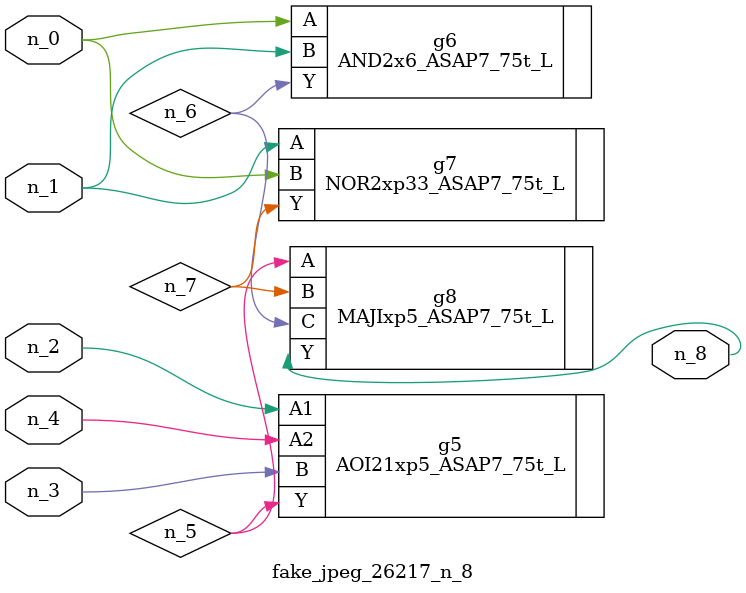
<source format=v>
module fake_jpeg_26217_n_8 (n_3, n_2, n_1, n_0, n_4, n_8);

input n_3;
input n_2;
input n_1;
input n_0;
input n_4;

output n_8;

wire n_6;
wire n_5;
wire n_7;

AOI21xp5_ASAP7_75t_L g5 ( 
.A1(n_2),
.A2(n_4),
.B(n_3),
.Y(n_5)
);

AND2x6_ASAP7_75t_L g6 ( 
.A(n_0),
.B(n_1),
.Y(n_6)
);

NOR2xp33_ASAP7_75t_L g7 ( 
.A(n_1),
.B(n_0),
.Y(n_7)
);

MAJIxp5_ASAP7_75t_L g8 ( 
.A(n_5),
.B(n_7),
.C(n_6),
.Y(n_8)
);


endmodule
</source>
